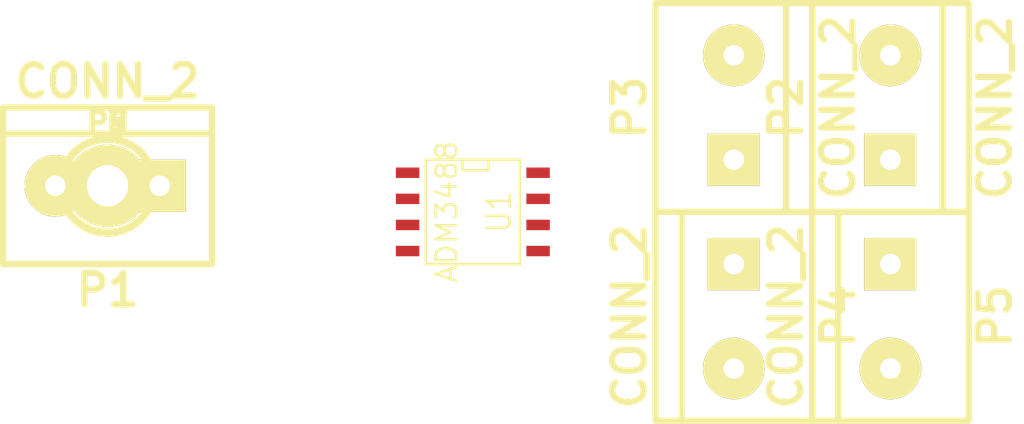
<source format=kicad_pcb>
(kicad_pcb (version 3) (host pcbnew "(22-Jun-2014 BZR 4027)-stable")

  (general
    (links 16)
    (no_connects 14)
    (area 0 0 0 0)
    (thickness 1.6)
    (drawings 0)
    (tracks 0)
    (zones 0)
    (modules 11)
    (nets 9)
  )

  (page A3)
  (layers
    (15 F.Cu signal)
    (0 B.Cu signal)
    (16 B.Adhes user)
    (17 F.Adhes user)
    (18 B.Paste user)
    (19 F.Paste user)
    (20 B.SilkS user)
    (21 F.SilkS user)
    (22 B.Mask user)
    (23 F.Mask user)
    (24 Dwgs.User user)
    (25 Cmts.User user)
    (26 Eco1.User user)
    (27 Eco2.User user)
    (28 Edge.Cuts user)
  )

  (setup
    (last_trace_width 0.5)
    (trace_clearance 0.254)
    (zone_clearance 0.508)
    (zone_45_only no)
    (trace_min 0.254)
    (segment_width 0.2)
    (edge_width 0.1)
    (via_size 0.889)
    (via_drill 0.635)
    (via_min_size 0.889)
    (via_min_drill 0.508)
    (uvia_size 0.508)
    (uvia_drill 0.127)
    (uvias_allowed no)
    (uvia_min_size 0.508)
    (uvia_min_drill 0.127)
    (pcb_text_width 0.3)
    (pcb_text_size 1.5 1.5)
    (mod_edge_width 0.15)
    (mod_text_size 1 1)
    (mod_text_width 0.15)
    (pad_size 1.5 1.5)
    (pad_drill 0.6)
    (pad_to_mask_clearance 0)
    (aux_axis_origin 0 0)
    (visible_elements FFFFFFBF)
    (pcbplotparams
      (layerselection 3178497)
      (usegerberextensions true)
      (excludeedgelayer true)
      (linewidth 0.150000)
      (plotframeref false)
      (viasonmask false)
      (mode 1)
      (useauxorigin false)
      (hpglpennumber 1)
      (hpglpenspeed 20)
      (hpglpendiameter 15)
      (hpglpenoverlay 2)
      (psnegative false)
      (psa4output false)
      (plotreference true)
      (plotvalue true)
      (plotothertext true)
      (plotinvisibletext false)
      (padsonsilk false)
      (subtractmaskfromsilk false)
      (outputformat 1)
      (mirror false)
      (drillshape 1)
      (scaleselection 1)
      (outputdirectory ""))
  )

  (net 0 "")
  (net 1 //Rin)
  (net 2 //Tout)
  (net 3 /Rin)
  (net 4 /Rout)
  (net 5 /Tin)
  (net 6 /Tout)
  (net 7 GND)
  (net 8 VCC)

  (net_class Default "Ceci est la Netclass par défaut"
    (clearance 0.254)
    (trace_width 0.5)
    (via_dia 0.889)
    (via_drill 0.635)
    (uvia_dia 0.508)
    (uvia_drill 0.127)
    (add_net "")
    (add_net //Rin)
    (add_net //Tout)
    (add_net /Rin)
    (add_net /Rout)
    (add_net /Tin)
    (add_net /Tout)
    (add_net GND)
    (add_net VCC)
  )

  (module Tom_bornier2 (layer F.Cu) (tedit 4E91C379) (tstamp 5639E3BE)
    (at 54.61 20.32 90)
    (descr "Bornier d'alimentation 2 pins")
    (tags DEV)
    (path /5639C3A9)
    (fp_text reference P3 (at 0 -5.08 90) (layer F.SilkS)
      (effects (font (size 1.524 1.524) (thickness 0.3048)))
    )
    (fp_text value CONN_2 (at 0 5.08 90) (layer F.SilkS)
      (effects (font (size 1.524 1.524) (thickness 0.3048)))
    )
    (fp_line (start 5.08 2.54) (end -5.08 2.54) (layer F.SilkS) (width 0.3048))
    (fp_line (start 5.08 3.81) (end 5.08 -3.81) (layer F.SilkS) (width 0.3048))
    (fp_line (start 5.08 -3.81) (end -5.08 -3.81) (layer F.SilkS) (width 0.3048))
    (fp_line (start -5.08 -3.81) (end -5.08 3.81) (layer F.SilkS) (width 0.3048))
    (fp_line (start -5.08 3.81) (end 5.08 3.81) (layer F.SilkS) (width 0.3048))
    (pad 1 thru_hole rect (at -2.54 0 90) (size 2.54 2.54) (drill 1.00076)
      (layers *.Cu *.Mask F.SilkS)
      (net 1 //Rin)
    )
    (pad 2 thru_hole circle (at 2.54 0 90) (size 2.99974 2.99974) (drill 1.00076)
      (layers *.Cu *.Mask F.SilkS)
      (net 3 /Rin)
    )
    (model device/bornier_2.wrl
      (at (xyz 0 0 0))
      (scale (xyz 1 1 1))
      (rotate (xyz 0 0 0))
    )
  )

  (module Tom_bornier2 (layer F.Cu) (tedit 4E91C379) (tstamp 5639E3C9)
    (at 54.61 30.48 270)
    (descr "Bornier d'alimentation 2 pins")
    (tags DEV)
    (path /5639C3D3)
    (fp_text reference P4 (at 0 -5.08 270) (layer F.SilkS)
      (effects (font (size 1.524 1.524) (thickness 0.3048)))
    )
    (fp_text value CONN_2 (at 0 5.08 270) (layer F.SilkS)
      (effects (font (size 1.524 1.524) (thickness 0.3048)))
    )
    (fp_line (start 5.08 2.54) (end -5.08 2.54) (layer F.SilkS) (width 0.3048))
    (fp_line (start 5.08 3.81) (end 5.08 -3.81) (layer F.SilkS) (width 0.3048))
    (fp_line (start 5.08 -3.81) (end -5.08 -3.81) (layer F.SilkS) (width 0.3048))
    (fp_line (start -5.08 -3.81) (end -5.08 3.81) (layer F.SilkS) (width 0.3048))
    (fp_line (start -5.08 3.81) (end 5.08 3.81) (layer F.SilkS) (width 0.3048))
    (pad 1 thru_hole rect (at -2.54 0 270) (size 2.54 2.54) (drill 1.00076)
      (layers *.Cu *.Mask F.SilkS)
      (net 2 //Tout)
    )
    (pad 2 thru_hole circle (at 2.54 0 270) (size 2.99974 2.99974) (drill 1.00076)
      (layers *.Cu *.Mask F.SilkS)
      (net 6 /Tout)
    )
    (model device/bornier_2.wrl
      (at (xyz 0 0 0))
      (scale (xyz 1 1 1))
      (rotate (xyz 0 0 0))
    )
  )

  (module Tom_bornier2 (layer F.Cu) (tedit 4E91C379) (tstamp 5639E3D4)
    (at 62.23 20.32 90)
    (descr "Bornier d'alimentation 2 pins")
    (tags DEV)
    (path /5639C3E8)
    (fp_text reference P2 (at 0 -5.08 90) (layer F.SilkS)
      (effects (font (size 1.524 1.524) (thickness 0.3048)))
    )
    (fp_text value CONN_2 (at 0 5.08 90) (layer F.SilkS)
      (effects (font (size 1.524 1.524) (thickness 0.3048)))
    )
    (fp_line (start 5.08 2.54) (end -5.08 2.54) (layer F.SilkS) (width 0.3048))
    (fp_line (start 5.08 3.81) (end 5.08 -3.81) (layer F.SilkS) (width 0.3048))
    (fp_line (start 5.08 -3.81) (end -5.08 -3.81) (layer F.SilkS) (width 0.3048))
    (fp_line (start -5.08 -3.81) (end -5.08 3.81) (layer F.SilkS) (width 0.3048))
    (fp_line (start -5.08 3.81) (end 5.08 3.81) (layer F.SilkS) (width 0.3048))
    (pad 1 thru_hole rect (at -2.54 0 90) (size 2.54 2.54) (drill 1.00076)
      (layers *.Cu *.Mask F.SilkS)
      (net 1 //Rin)
    )
    (pad 2 thru_hole circle (at 2.54 0 90) (size 2.99974 2.99974) (drill 1.00076)
      (layers *.Cu *.Mask F.SilkS)
      (net 3 /Rin)
    )
    (model device/bornier_2.wrl
      (at (xyz 0 0 0))
      (scale (xyz 1 1 1))
      (rotate (xyz 0 0 0))
    )
  )

  (module Tom_bornier2 (layer F.Cu) (tedit 4E91C379) (tstamp 5639E3DF)
    (at 62.23 30.48 270)
    (descr "Bornier d'alimentation 2 pins")
    (tags DEV)
    (path /5639C3F7)
    (fp_text reference P5 (at 0 -5.08 270) (layer F.SilkS)
      (effects (font (size 1.524 1.524) (thickness 0.3048)))
    )
    (fp_text value CONN_2 (at 0 5.08 270) (layer F.SilkS)
      (effects (font (size 1.524 1.524) (thickness 0.3048)))
    )
    (fp_line (start 5.08 2.54) (end -5.08 2.54) (layer F.SilkS) (width 0.3048))
    (fp_line (start 5.08 3.81) (end 5.08 -3.81) (layer F.SilkS) (width 0.3048))
    (fp_line (start 5.08 -3.81) (end -5.08 -3.81) (layer F.SilkS) (width 0.3048))
    (fp_line (start -5.08 -3.81) (end -5.08 3.81) (layer F.SilkS) (width 0.3048))
    (fp_line (start -5.08 3.81) (end 5.08 3.81) (layer F.SilkS) (width 0.3048))
    (pad 1 thru_hole rect (at -2.54 0 270) (size 2.54 2.54) (drill 1.00076)
      (layers *.Cu *.Mask F.SilkS)
      (net 2 //Tout)
    )
    (pad 2 thru_hole circle (at 2.54 0 270) (size 2.99974 2.99974) (drill 1.00076)
      (layers *.Cu *.Mask F.SilkS)
      (net 6 /Tout)
    )
    (model device/bornier_2.wrl
      (at (xyz 0 0 0))
      (scale (xyz 1 1 1))
      (rotate (xyz 0 0 0))
    )
  )

  (module Tom_bornier2 (layer F.Cu) (tedit 4E91C379) (tstamp 5639E3EA)
    (at 24.13 24.13 180)
    (descr "Bornier d'alimentation 2 pins")
    (tags DEV)
    (path /5639CAB4)
    (fp_text reference P1 (at 0 -5.08 180) (layer F.SilkS)
      (effects (font (size 1.524 1.524) (thickness 0.3048)))
    )
    (fp_text value CONN_2 (at 0 5.08 180) (layer F.SilkS)
      (effects (font (size 1.524 1.524) (thickness 0.3048)))
    )
    (fp_line (start 5.08 2.54) (end -5.08 2.54) (layer F.SilkS) (width 0.3048))
    (fp_line (start 5.08 3.81) (end 5.08 -3.81) (layer F.SilkS) (width 0.3048))
    (fp_line (start 5.08 -3.81) (end -5.08 -3.81) (layer F.SilkS) (width 0.3048))
    (fp_line (start -5.08 -3.81) (end -5.08 3.81) (layer F.SilkS) (width 0.3048))
    (fp_line (start -5.08 3.81) (end 5.08 3.81) (layer F.SilkS) (width 0.3048))
    (pad 1 thru_hole rect (at -2.54 0 180) (size 2.54 2.54) (drill 1.00076)
      (layers *.Cu *.Mask F.SilkS)
      (net 7 GND)
    )
    (pad 2 thru_hole circle (at 2.54 0 180) (size 2.99974 2.99974) (drill 1.00076)
      (layers *.Cu *.Mask F.SilkS)
      (net 8 VCC)
    )
    (model device/bornier_2.wrl
      (at (xyz 0 0 0))
      (scale (xyz 1 1 1))
      (rotate (xyz 0 0 0))
    )
  )

  (module Tom_1pin (layer F.Cu) (tedit 4E91C269) (tstamp 5639E3F0)
    (at 24.13 24.13)
    (descr "module 1 pin (ou trou mecanique de percage)")
    (tags DEV)
    (path /5639C406)
    (fp_text reference P6 (at 0 -3.048) (layer F.SilkS)
      (effects (font (size 1.016 1.016) (thickness 0.254)))
    )
    (fp_text value CONN_1 (at 0 2.794) (layer F.SilkS) hide
      (effects (font (size 1.016 1.016) (thickness 0.254)))
    )
    (fp_circle (center 0 0) (end 0 -2.286) (layer F.SilkS) (width 0.381))
    (pad 1 thru_hole circle (at 0 0) (size 4.0005 4.0005) (drill 1.99898)
      (layers *.Cu *.Mask F.SilkS)
      (net 4 /Rout)
    )
  )

  (module Tom_1pin (layer F.Cu) (tedit 4E91C269) (tstamp 5639E3F6)
    (at 24.13 24.13)
    (descr "module 1 pin (ou trou mecanique de percage)")
    (tags DEV)
    (path /5639C415)
    (fp_text reference P8 (at 0 -3.048) (layer F.SilkS)
      (effects (font (size 1.016 1.016) (thickness 0.254)))
    )
    (fp_text value CONN_1 (at 0 2.794) (layer F.SilkS) hide
      (effects (font (size 1.016 1.016) (thickness 0.254)))
    )
    (fp_circle (center 0 0) (end 0 -2.286) (layer F.SilkS) (width 0.381))
    (pad 1 thru_hole circle (at 0 0) (size 4.0005 4.0005) (drill 1.99898)
      (layers *.Cu *.Mask F.SilkS)
      (net 5 /Tin)
    )
  )

  (module Tom_1pin (layer F.Cu) (tedit 4E91C269) (tstamp 5639E3FC)
    (at 24.13 24.13)
    (descr "module 1 pin (ou trou mecanique de percage)")
    (tags DEV)
    (path /5639C939)
    (fp_text reference P7 (at 0 -3.048) (layer F.SilkS)
      (effects (font (size 1.016 1.016) (thickness 0.254)))
    )
    (fp_text value CONN_1 (at 0 2.794) (layer F.SilkS) hide
      (effects (font (size 1.016 1.016) (thickness 0.254)))
    )
    (fp_circle (center 0 0) (end 0 -2.286) (layer F.SilkS) (width 0.381))
    (pad 1 thru_hole circle (at 0 0) (size 4.0005 4.0005) (drill 1.99898)
      (layers *.Cu *.Mask F.SilkS)
      (net 4 /Rout)
    )
  )

  (module Tom_1pin (layer F.Cu) (tedit 4E91C269) (tstamp 5639E402)
    (at 24.13 24.13)
    (descr "module 1 pin (ou trou mecanique de percage)")
    (tags DEV)
    (path /5639C952)
    (fp_text reference P9 (at 0 -3.048) (layer F.SilkS)
      (effects (font (size 1.016 1.016) (thickness 0.254)))
    )
    (fp_text value CONN_1 (at 0 2.794) (layer F.SilkS) hide
      (effects (font (size 1.016 1.016) (thickness 0.254)))
    )
    (fp_circle (center 0 0) (end 0 -2.286) (layer F.SilkS) (width 0.381))
    (pad 1 thru_hole circle (at 0 0) (size 4.0005 4.0005) (drill 1.99898)
      (layers *.Cu *.Mask F.SilkS)
      (net 5 /Tin)
    )
  )

  (module SO8N (layer F.Cu) (tedit 45127296) (tstamp 5639E415)
    (at 41.91 25.4 270)
    (descr "Module CMS SOJ 8 pins large")
    (tags "CMS SOJ")
    (path /5639C920)
    (attr smd)
    (fp_text reference U1 (at 0 -1.27 270) (layer F.SilkS)
      (effects (font (size 1.143 1.016) (thickness 0.127)))
    )
    (fp_text value ADM3488 (at 0 1.27 270) (layer F.SilkS)
      (effects (font (size 1.016 1.016) (thickness 0.127)))
    )
    (fp_line (start -2.54 -2.286) (end 2.54 -2.286) (layer F.SilkS) (width 0.127))
    (fp_line (start 2.54 -2.286) (end 2.54 2.286) (layer F.SilkS) (width 0.127))
    (fp_line (start 2.54 2.286) (end -2.54 2.286) (layer F.SilkS) (width 0.127))
    (fp_line (start -2.54 2.286) (end -2.54 -2.286) (layer F.SilkS) (width 0.127))
    (fp_line (start -2.54 -0.762) (end -2.032 -0.762) (layer F.SilkS) (width 0.127))
    (fp_line (start -2.032 -0.762) (end -2.032 0.508) (layer F.SilkS) (width 0.127))
    (fp_line (start -2.032 0.508) (end -2.54 0.508) (layer F.SilkS) (width 0.127))
    (pad 8 smd rect (at -1.905 -3.175 270) (size 0.508 1.143)
      (layers F.Cu F.Paste F.Mask)
      (net 3 /Rin)
    )
    (pad 7 smd rect (at -0.635 -3.175 270) (size 0.508 1.143)
      (layers F.Cu F.Paste F.Mask)
      (net 1 //Rin)
    )
    (pad 6 smd rect (at 0.635 -3.175 270) (size 0.508 1.143)
      (layers F.Cu F.Paste F.Mask)
      (net 2 //Tout)
    )
    (pad 5 smd rect (at 1.905 -3.175 270) (size 0.508 1.143)
      (layers F.Cu F.Paste F.Mask)
      (net 6 /Tout)
    )
    (pad 4 smd rect (at 1.905 3.175 270) (size 0.508 1.143)
      (layers F.Cu F.Paste F.Mask)
      (net 7 GND)
    )
    (pad 3 smd rect (at 0.635 3.175 270) (size 0.508 1.143)
      (layers F.Cu F.Paste F.Mask)
      (net 5 /Tin)
    )
    (pad 2 smd rect (at -0.635 3.175 270) (size 0.508 1.143)
      (layers F.Cu F.Paste F.Mask)
      (net 4 /Rout)
    )
    (pad 1 smd rect (at -1.905 3.175 270) (size 0.508 1.143)
      (layers F.Cu F.Paste F.Mask)
      (net 8 VCC)
    )
    (model smd/cms_so8.wrl
      (at (xyz 0 0 0))
      (scale (xyz 0.5 0.38 0.5))
      (rotate (xyz 0 0 0))
    )
  )

  (module SM0805 (layer F.Cu) (tedit 5091495C) (tstamp 5639E422)
    (at 24.13 24.13)
    (path /5639CB7D)
    (attr smd)
    (fp_text reference C1 (at 0 -0.3175) (layer F.SilkS)
      (effects (font (size 0.50038 0.50038) (thickness 0.10922)))
    )
    (fp_text value 100n (at 0 0.381) (layer F.SilkS)
      (effects (font (size 0.50038 0.50038) (thickness 0.10922)))
    )
    (fp_circle (center -1.651 0.762) (end -1.651 0.635) (layer F.SilkS) (width 0.09906))
    (fp_line (start -0.508 0.762) (end -1.524 0.762) (layer F.SilkS) (width 0.09906))
    (fp_line (start -1.524 0.762) (end -1.524 -0.762) (layer F.SilkS) (width 0.09906))
    (fp_line (start -1.524 -0.762) (end -0.508 -0.762) (layer F.SilkS) (width 0.09906))
    (fp_line (start 0.508 -0.762) (end 1.524 -0.762) (layer F.SilkS) (width 0.09906))
    (fp_line (start 1.524 -0.762) (end 1.524 0.762) (layer F.SilkS) (width 0.09906))
    (fp_line (start 1.524 0.762) (end 0.508 0.762) (layer F.SilkS) (width 0.09906))
    (pad 1 smd rect (at -0.9525 0) (size 0.889 1.397)
      (layers F.Cu F.Paste F.Mask)
      (net 8 VCC)
    )
    (pad 2 smd rect (at 0.9525 0) (size 0.889 1.397)
      (layers F.Cu F.Paste F.Mask)
      (net 7 GND)
    )
    (model smd/chip_cms.wrl
      (at (xyz 0 0 0))
      (scale (xyz 0.1 0.1 0.1))
      (rotate (xyz 0 0 0))
    )
  )

)

</source>
